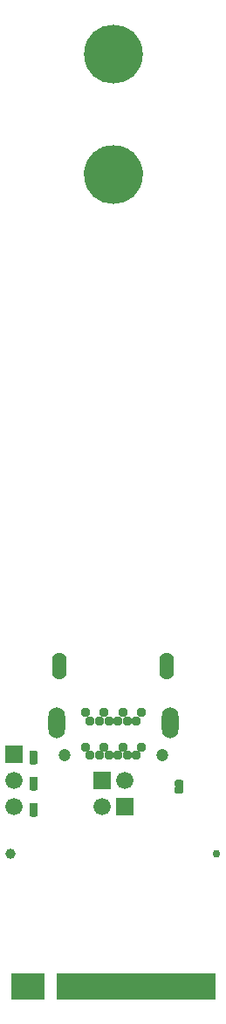
<source format=gbs>
G04*
G04 #@! TF.GenerationSoftware,Altium Limited,Altium Designer,24.5.2 (23)*
G04*
G04 Layer_Color=16711935*
%FSLAX44Y44*%
%MOMM*%
G71*
G04*
G04 #@! TF.SameCoordinates,B7296A9B-97E8-4630-929D-2966843682D6*
G04*
G04*
G04 #@! TF.FilePolarity,Negative*
G04*
G01*
G75*
%ADD23R,1.6764X1.6764*%
%ADD24C,1.6764*%
%ADD25C,5.7032*%
%ADD26O,1.4112X2.6192*%
%ADD27O,1.6112X3.0192*%
%ADD28C,0.9532*%
%ADD29C,1.2032*%
%ADD30C,1.0032*%
%ADD31C,0.7532*%
%ADD44R,0.3500X1.9500*%
%ADD46R,15.4500X2.5000*%
%ADD47R,3.2000X2.5000*%
%ADD48R,0.6032X0.6032*%
G36*
X112243Y828500D02*
X116674Y827798D01*
X120940Y826412D01*
X124937Y824376D01*
X128567Y821739D01*
X131739Y818567D01*
X134375Y814937D01*
X136412Y810940D01*
X137798Y806674D01*
X138500Y802243D01*
X138500Y800000D01*
X127500Y800000D01*
X127416Y801715D01*
X126747Y805080D01*
X125434Y808250D01*
X123528Y811102D01*
X121102Y813528D01*
X118249Y815434D01*
X115080Y816747D01*
X111715Y817416D01*
X108285Y817416D01*
X104920Y816747D01*
X101750Y815434D01*
X98898Y813528D01*
X96472Y811102D01*
X94566Y808249D01*
X93253Y805080D01*
X92584Y801715D01*
X92500Y800000D01*
X92500Y800000D01*
X81500Y800000D01*
X81500Y802243D01*
X82202Y806674D01*
X83588Y810940D01*
X85625Y814937D01*
X88261Y818567D01*
X91433Y821739D01*
X95063Y824376D01*
X99060Y826412D01*
X103326Y827798D01*
X107757Y828500D01*
X112243Y828500D01*
D02*
G37*
G36*
X33304Y241608D02*
X33337Y241608D01*
X33371Y241604D01*
X33405Y241602D01*
X33436Y241595D01*
X33469Y241591D01*
X34983Y241292D01*
X35015Y241284D01*
X35047Y241278D01*
X35079Y241267D01*
X35112Y241258D01*
X35142Y241245D01*
X35173Y241235D01*
X35887Y240942D01*
X35888Y240941D01*
X35890Y240941D01*
X35945Y240913D01*
X36006Y240883D01*
X36008Y240882D01*
X36009Y240882D01*
X36060Y240848D01*
X36117Y240810D01*
X36119Y240809D01*
X36120Y240808D01*
X36165Y240769D01*
X36218Y240722D01*
X36219Y240721D01*
X36220Y240720D01*
X36260Y240674D01*
X36306Y240622D01*
X36307Y240621D01*
X36308Y240620D01*
X36343Y240567D01*
X36380Y240512D01*
X36381Y240510D01*
X36382Y240509D01*
X36412Y240449D01*
X36439Y240392D01*
X36440Y240391D01*
X36441Y240390D01*
X36463Y240324D01*
X36483Y240266D01*
X36483Y240265D01*
X36484Y240264D01*
X36497Y240198D01*
X36509Y240136D01*
X36509Y240134D01*
X36509Y240133D01*
X36514Y240068D01*
X36518Y240003D01*
X36518Y240002D01*
X36518Y240000D01*
Y235750D01*
X36509Y235617D01*
X36484Y235487D01*
X36441Y235360D01*
X36382Y235241D01*
X36308Y235130D01*
X36220Y235030D01*
X36120Y234942D01*
X36009Y234868D01*
X35890Y234809D01*
X35763Y234767D01*
X35680Y234750D01*
X35763Y234734D01*
X35890Y234691D01*
X36009Y234632D01*
X36120Y234558D01*
X36220Y234470D01*
X36308Y234370D01*
X36382Y234259D01*
X36441Y234140D01*
X36484Y234014D01*
X36509Y233883D01*
X36518Y233750D01*
X36518Y229500D01*
X36518Y229498D01*
X36518Y229497D01*
X36514Y229440D01*
X36509Y229367D01*
X36509Y229365D01*
X36509Y229364D01*
X36498Y229310D01*
X36484Y229237D01*
X36483Y229235D01*
X36483Y229233D01*
X36466Y229184D01*
X36441Y229110D01*
X36440Y229109D01*
X36439Y229107D01*
X36415Y229059D01*
X36382Y228991D01*
X36381Y228990D01*
X36380Y228988D01*
X36347Y228939D01*
X36308Y228880D01*
X36307Y228879D01*
X36306Y228878D01*
X36265Y228831D01*
X36220Y228780D01*
X36219Y228779D01*
X36218Y228778D01*
X36169Y228735D01*
X36120Y228692D01*
X36119Y228691D01*
X36117Y228690D01*
X36064Y228655D01*
X36009Y228618D01*
X36008Y228618D01*
X36006Y228617D01*
X35948Y228588D01*
X35890Y228559D01*
X35888Y228559D01*
X35887Y228558D01*
X35173Y228265D01*
X35142Y228255D01*
X35112Y228242D01*
X35079Y228233D01*
X35047Y228223D01*
X35015Y228216D01*
X34983Y228208D01*
X33469Y227909D01*
X33437Y227905D01*
X33405Y227899D01*
X33371Y227896D01*
X33337Y227892D01*
X33304Y227892D01*
X33272Y227890D01*
X31728Y227890D01*
X31696Y227892D01*
X31663Y227892D01*
X31629Y227896D01*
X31595Y227899D01*
X31564Y227905D01*
X31531Y227909D01*
X30017Y228208D01*
X29985Y228216D01*
X29953Y228223D01*
X29921Y228233D01*
X29888Y228242D01*
X29858Y228255D01*
X29827Y228265D01*
X29113Y228558D01*
X29112Y228559D01*
X29110Y228559D01*
X29055Y228587D01*
X28994Y228617D01*
X28992Y228618D01*
X28991Y228618D01*
X28940Y228652D01*
X28883Y228690D01*
X28881Y228691D01*
X28880Y228692D01*
X28835Y228731D01*
X28782Y228778D01*
X28781Y228779D01*
X28780Y228780D01*
X28740Y228826D01*
X28694Y228878D01*
X28693Y228879D01*
X28692Y228880D01*
X28657Y228933D01*
X28620Y228988D01*
X28619Y228990D01*
X28618Y228991D01*
X28588Y229051D01*
X28561Y229107D01*
X28560Y229109D01*
X28559Y229110D01*
X28537Y229177D01*
X28517Y229233D01*
X28517Y229235D01*
X28516Y229236D01*
X28503Y229302D01*
X28491Y229364D01*
X28491Y229366D01*
X28491Y229367D01*
X28486Y229432D01*
X28482Y229497D01*
X28482Y229499D01*
X28482Y229500D01*
X28482Y233750D01*
X28491Y233883D01*
X28516Y234014D01*
X28559Y234140D01*
X28618Y234259D01*
X28692Y234370D01*
X28780Y234470D01*
X28880Y234558D01*
X28991Y234632D01*
X29110Y234691D01*
X29237Y234734D01*
X29320Y234750D01*
X29237Y234767D01*
X29110Y234809D01*
X28991Y234868D01*
X28880Y234942D01*
X28780Y235030D01*
X28692Y235130D01*
X28618Y235241D01*
X28559Y235360D01*
X28516Y235487D01*
X28491Y235617D01*
X28482Y235750D01*
X28482Y240000D01*
X28482Y240002D01*
X28482Y240003D01*
X28486Y240068D01*
X28491Y240133D01*
X28491Y240134D01*
X28491Y240136D01*
X28503Y240196D01*
X28517Y240264D01*
X28517Y240265D01*
X28517Y240266D01*
X28536Y240321D01*
X28559Y240390D01*
X28560Y240391D01*
X28561Y240392D01*
X28587Y240445D01*
X28618Y240509D01*
X28619Y240510D01*
X28620Y240512D01*
X28654Y240563D01*
X28692Y240620D01*
X28693Y240621D01*
X28694Y240622D01*
X28736Y240670D01*
X28780Y240720D01*
X28781Y240721D01*
X28782Y240722D01*
X28831Y240764D01*
X28880Y240808D01*
X28881Y240809D01*
X28883Y240810D01*
X28934Y240844D01*
X28991Y240882D01*
X28992Y240882D01*
X28994Y240883D01*
X29048Y240910D01*
X29110Y240941D01*
X29112Y240941D01*
X29113Y240942D01*
X29827Y241235D01*
X29858Y241245D01*
X29888Y241258D01*
X29921Y241267D01*
X29953Y241277D01*
X29985Y241284D01*
X30017Y241292D01*
X31531Y241591D01*
X31563Y241595D01*
X31595Y241602D01*
X31629Y241604D01*
X31663Y241608D01*
X31696Y241608D01*
X31728Y241610D01*
X33272Y241610D01*
X33304Y241608D01*
D02*
G37*
G36*
Y216358D02*
X33337Y216358D01*
X33371Y216354D01*
X33405Y216352D01*
X33436Y216345D01*
X33469Y216341D01*
X34983Y216042D01*
X35015Y216034D01*
X35047Y216028D01*
X35079Y216017D01*
X35112Y216008D01*
X35142Y215996D01*
X35173Y215985D01*
X35887Y215692D01*
X35888Y215691D01*
X35890Y215691D01*
X35945Y215663D01*
X36006Y215633D01*
X36008Y215632D01*
X36009Y215632D01*
X36060Y215598D01*
X36117Y215560D01*
X36119Y215559D01*
X36120Y215558D01*
X36165Y215518D01*
X36218Y215472D01*
X36219Y215471D01*
X36220Y215470D01*
X36260Y215424D01*
X36306Y215372D01*
X36307Y215371D01*
X36308Y215370D01*
X36343Y215317D01*
X36380Y215262D01*
X36381Y215260D01*
X36382Y215259D01*
X36412Y215199D01*
X36439Y215142D01*
X36440Y215141D01*
X36441Y215140D01*
X36463Y215074D01*
X36483Y215016D01*
X36483Y215015D01*
X36484Y215014D01*
X36497Y214948D01*
X36509Y214886D01*
X36509Y214884D01*
X36509Y214883D01*
X36514Y214818D01*
X36518Y214753D01*
X36518Y214751D01*
X36518Y214750D01*
Y210500D01*
X36509Y210367D01*
X36484Y210236D01*
X36441Y210110D01*
X36382Y209991D01*
X36308Y209880D01*
X36220Y209780D01*
X36120Y209692D01*
X36009Y209618D01*
X35890Y209559D01*
X35763Y209517D01*
X35680Y209500D01*
X35763Y209484D01*
X35890Y209441D01*
X36009Y209382D01*
X36120Y209308D01*
X36220Y209220D01*
X36308Y209120D01*
X36382Y209009D01*
X36441Y208890D01*
X36484Y208764D01*
X36509Y208633D01*
X36518Y208500D01*
X36518Y204250D01*
X36518Y204248D01*
X36518Y204247D01*
X36514Y204190D01*
X36509Y204117D01*
X36509Y204115D01*
X36509Y204114D01*
X36498Y204060D01*
X36484Y203986D01*
X36483Y203985D01*
X36483Y203983D01*
X36466Y203934D01*
X36441Y203860D01*
X36440Y203859D01*
X36439Y203858D01*
X36415Y203809D01*
X36382Y203741D01*
X36381Y203739D01*
X36380Y203738D01*
X36347Y203689D01*
X36308Y203630D01*
X36307Y203629D01*
X36306Y203628D01*
X36265Y203581D01*
X36220Y203530D01*
X36219Y203529D01*
X36218Y203528D01*
X36169Y203485D01*
X36120Y203442D01*
X36119Y203441D01*
X36117Y203440D01*
X36064Y203405D01*
X36009Y203368D01*
X36008Y203368D01*
X36006Y203367D01*
X35948Y203338D01*
X35890Y203309D01*
X35888Y203309D01*
X35887Y203308D01*
X35173Y203015D01*
X35142Y203004D01*
X35112Y202992D01*
X35079Y202983D01*
X35047Y202973D01*
X35015Y202966D01*
X34983Y202958D01*
X33469Y202659D01*
X33437Y202655D01*
X33405Y202649D01*
X33371Y202646D01*
X33337Y202642D01*
X33304Y202642D01*
X33272Y202640D01*
X31728Y202640D01*
X31696Y202642D01*
X31663Y202642D01*
X31629Y202646D01*
X31595Y202649D01*
X31564Y202655D01*
X31531Y202659D01*
X30017Y202958D01*
X29985Y202966D01*
X29953Y202973D01*
X29921Y202983D01*
X29888Y202992D01*
X29858Y203004D01*
X29827Y203015D01*
X29113Y203308D01*
X29112Y203309D01*
X29110Y203309D01*
X29055Y203337D01*
X28994Y203367D01*
X28992Y203368D01*
X28991Y203368D01*
X28940Y203402D01*
X28883Y203440D01*
X28881Y203441D01*
X28880Y203442D01*
X28835Y203482D01*
X28782Y203528D01*
X28781Y203529D01*
X28780Y203530D01*
X28740Y203576D01*
X28694Y203628D01*
X28693Y203629D01*
X28692Y203630D01*
X28657Y203683D01*
X28620Y203738D01*
X28619Y203740D01*
X28618Y203741D01*
X28588Y203801D01*
X28561Y203857D01*
X28560Y203859D01*
X28559Y203860D01*
X28537Y203927D01*
X28517Y203983D01*
X28517Y203985D01*
X28516Y203986D01*
X28503Y204052D01*
X28491Y204114D01*
X28491Y204116D01*
X28491Y204117D01*
X28486Y204182D01*
X28482Y204247D01*
X28482Y204249D01*
X28482Y204250D01*
X28482Y208500D01*
X28491Y208633D01*
X28516Y208764D01*
X28559Y208890D01*
X28618Y209009D01*
X28692Y209120D01*
X28780Y209220D01*
X28880Y209308D01*
X28991Y209382D01*
X29110Y209441D01*
X29237Y209484D01*
X29320Y209500D01*
X29237Y209517D01*
X29110Y209559D01*
X28991Y209618D01*
X28880Y209692D01*
X28780Y209780D01*
X28692Y209880D01*
X28618Y209991D01*
X28559Y210110D01*
X28516Y210236D01*
X28491Y210367D01*
X28482Y210500D01*
X28482Y214750D01*
X28482Y214751D01*
X28482Y214753D01*
X28486Y214818D01*
X28491Y214883D01*
X28491Y214884D01*
X28491Y214886D01*
X28503Y214946D01*
X28517Y215014D01*
X28517Y215015D01*
X28517Y215016D01*
X28536Y215071D01*
X28559Y215140D01*
X28560Y215141D01*
X28561Y215142D01*
X28587Y215195D01*
X28618Y215259D01*
X28619Y215260D01*
X28620Y215262D01*
X28654Y215313D01*
X28692Y215370D01*
X28693Y215371D01*
X28694Y215372D01*
X28736Y215420D01*
X28780Y215470D01*
X28781Y215471D01*
X28782Y215472D01*
X28831Y215514D01*
X28880Y215558D01*
X28881Y215559D01*
X28883Y215560D01*
X28934Y215594D01*
X28991Y215632D01*
X28992Y215632D01*
X28994Y215633D01*
X29048Y215660D01*
X29110Y215691D01*
X29112Y215691D01*
X29113Y215692D01*
X29827Y215985D01*
X29858Y215996D01*
X29888Y216008D01*
X29921Y216017D01*
X29953Y216028D01*
X29985Y216034D01*
X30017Y216042D01*
X31531Y216341D01*
X31563Y216345D01*
X31595Y216352D01*
X31629Y216354D01*
X31663Y216358D01*
X31696Y216358D01*
X31728Y216360D01*
X33272Y216360D01*
X33304Y216358D01*
D02*
G37*
G36*
X174554Y213358D02*
X174587Y213358D01*
X174621Y213354D01*
X174655Y213351D01*
X174686Y213345D01*
X174719Y213341D01*
X176233Y213042D01*
X176265Y213034D01*
X176297Y213027D01*
X176329Y213017D01*
X176362Y213008D01*
X176392Y212995D01*
X176423Y212985D01*
X177137Y212692D01*
X177138Y212691D01*
X177140Y212691D01*
X177195Y212663D01*
X177256Y212633D01*
X177258Y212632D01*
X177259Y212632D01*
X177310Y212598D01*
X177367Y212560D01*
X177369Y212559D01*
X177370Y212558D01*
X177415Y212518D01*
X177468Y212472D01*
X177469Y212471D01*
X177470Y212470D01*
X177510Y212424D01*
X177556Y212372D01*
X177557Y212371D01*
X177558Y212370D01*
X177593Y212317D01*
X177630Y212262D01*
X177631Y212260D01*
X177632Y212259D01*
X177661Y212199D01*
X177689Y212143D01*
X177690Y212141D01*
X177691Y212140D01*
X177713Y212073D01*
X177733Y212017D01*
X177733Y212015D01*
X177733Y212013D01*
X177747Y211948D01*
X177759Y211886D01*
X177759Y211884D01*
X177759Y211883D01*
X177764Y211818D01*
X177768Y211753D01*
X177768Y211751D01*
X177768Y211750D01*
Y207500D01*
X177759Y207367D01*
X177733Y207236D01*
X177691Y207110D01*
X177632Y206991D01*
X177558Y206880D01*
X177470Y206780D01*
X177370Y206692D01*
X177259Y206618D01*
X177140Y206559D01*
X177013Y206516D01*
X176931Y206500D01*
X177013Y206483D01*
X177140Y206441D01*
X177259Y206382D01*
X177370Y206308D01*
X177470Y206220D01*
X177558Y206120D01*
X177632Y206009D01*
X177691Y205890D01*
X177733Y205763D01*
X177759Y205633D01*
X177768Y205500D01*
X177768Y201250D01*
X177768Y201248D01*
X177768Y201247D01*
X177764Y201190D01*
X177759Y201117D01*
X177759Y201115D01*
X177759Y201114D01*
X177748Y201060D01*
X177733Y200986D01*
X177733Y200985D01*
X177733Y200984D01*
X177716Y200934D01*
X177691Y200860D01*
X177690Y200859D01*
X177689Y200858D01*
X177665Y200809D01*
X177632Y200741D01*
X177631Y200739D01*
X177630Y200738D01*
X177597Y200689D01*
X177558Y200630D01*
X177557Y200629D01*
X177556Y200628D01*
X177515Y200581D01*
X177470Y200530D01*
X177469Y200529D01*
X177468Y200528D01*
X177419Y200485D01*
X177370Y200442D01*
X177369Y200441D01*
X177367Y200440D01*
X177314Y200405D01*
X177259Y200368D01*
X177258Y200368D01*
X177256Y200367D01*
X177198Y200338D01*
X177140Y200309D01*
X177138Y200309D01*
X177137Y200308D01*
X176423Y200015D01*
X176392Y200005D01*
X176362Y199992D01*
X176329Y199983D01*
X176297Y199972D01*
X176265Y199966D01*
X176233Y199958D01*
X174719Y199659D01*
X174687Y199655D01*
X174655Y199648D01*
X174621Y199646D01*
X174587Y199642D01*
X174554Y199642D01*
X174522Y199640D01*
X172978Y199640D01*
X172946Y199642D01*
X172913Y199642D01*
X172879Y199646D01*
X172845Y199648D01*
X172814Y199655D01*
X172781Y199659D01*
X171267Y199958D01*
X171235Y199966D01*
X171203Y199972D01*
X171171Y199983D01*
X171138Y199992D01*
X171108Y200005D01*
X171077Y200015D01*
X170363Y200308D01*
X170362Y200309D01*
X170360Y200309D01*
X170305Y200337D01*
X170244Y200367D01*
X170242Y200368D01*
X170241Y200368D01*
X170190Y200402D01*
X170133Y200440D01*
X170131Y200441D01*
X170130Y200442D01*
X170085Y200481D01*
X170032Y200528D01*
X170031Y200529D01*
X170030Y200530D01*
X169990Y200576D01*
X169944Y200628D01*
X169943Y200629D01*
X169942Y200630D01*
X169907Y200683D01*
X169870Y200738D01*
X169869Y200740D01*
X169868Y200741D01*
X169838Y200801D01*
X169811Y200858D01*
X169810Y200859D01*
X169809Y200860D01*
X169787Y200926D01*
X169767Y200984D01*
X169767Y200985D01*
X169767Y200986D01*
X169753Y201052D01*
X169741Y201114D01*
X169741Y201115D01*
X169741Y201117D01*
X169736Y201182D01*
X169732Y201247D01*
X169732Y201248D01*
X169732Y201250D01*
X169732Y205500D01*
X169741Y205633D01*
X169767Y205763D01*
X169809Y205890D01*
X169868Y206009D01*
X169942Y206120D01*
X170030Y206220D01*
X170130Y206308D01*
X170241Y206382D01*
X170360Y206441D01*
X170487Y206483D01*
X170569Y206500D01*
X170487Y206516D01*
X170360Y206559D01*
X170241Y206618D01*
X170130Y206692D01*
X170030Y206780D01*
X169942Y206880D01*
X169868Y206991D01*
X169809Y207110D01*
X169767Y207236D01*
X169741Y207367D01*
X169732Y207500D01*
X169732Y211750D01*
X169732Y211751D01*
X169732Y211753D01*
X169736Y211818D01*
X169741Y211883D01*
X169741Y211884D01*
X169741Y211886D01*
X169753Y211946D01*
X169767Y212013D01*
X169767Y212015D01*
X169767Y212017D01*
X169786Y212071D01*
X169809Y212140D01*
X169810Y212141D01*
X169811Y212142D01*
X169837Y212195D01*
X169868Y212259D01*
X169869Y212260D01*
X169870Y212262D01*
X169904Y212313D01*
X169942Y212370D01*
X169943Y212371D01*
X169944Y212372D01*
X169986Y212420D01*
X170030Y212470D01*
X170031Y212471D01*
X170032Y212472D01*
X170081Y212514D01*
X170130Y212558D01*
X170131Y212559D01*
X170133Y212560D01*
X170184Y212594D01*
X170241Y212632D01*
X170242Y212633D01*
X170244Y212633D01*
X170298Y212660D01*
X170360Y212691D01*
X170362Y212691D01*
X170363Y212692D01*
X171077Y212985D01*
X171108Y212995D01*
X171138Y213008D01*
X171171Y213017D01*
X171203Y213027D01*
X171235Y213034D01*
X171267Y213042D01*
X172781Y213341D01*
X172813Y213345D01*
X172845Y213351D01*
X172879Y213354D01*
X172913Y213358D01*
X172946Y213358D01*
X172978Y213360D01*
X174522Y213360D01*
X174554Y213358D01*
D02*
G37*
G36*
X33304Y190858D02*
X33337Y190858D01*
X33371Y190854D01*
X33405Y190851D01*
X33436Y190845D01*
X33469Y190841D01*
X34983Y190542D01*
X35015Y190534D01*
X35047Y190527D01*
X35079Y190517D01*
X35112Y190508D01*
X35142Y190495D01*
X35173Y190485D01*
X35887Y190192D01*
X35888Y190191D01*
X35890Y190191D01*
X35945Y190163D01*
X36006Y190133D01*
X36008Y190132D01*
X36009Y190132D01*
X36060Y190098D01*
X36117Y190060D01*
X36119Y190059D01*
X36120Y190058D01*
X36165Y190019D01*
X36218Y189972D01*
X36219Y189971D01*
X36220Y189970D01*
X36260Y189924D01*
X36306Y189872D01*
X36307Y189871D01*
X36308Y189870D01*
X36343Y189817D01*
X36380Y189762D01*
X36381Y189760D01*
X36382Y189759D01*
X36412Y189699D01*
X36439Y189643D01*
X36440Y189641D01*
X36441Y189640D01*
X36463Y189573D01*
X36483Y189517D01*
X36483Y189515D01*
X36484Y189513D01*
X36497Y189448D01*
X36509Y189386D01*
X36509Y189384D01*
X36509Y189383D01*
X36514Y189318D01*
X36518Y189253D01*
X36518Y189251D01*
X36518Y189250D01*
Y185000D01*
X36509Y184867D01*
X36484Y184736D01*
X36441Y184610D01*
X36382Y184491D01*
X36308Y184380D01*
X36220Y184280D01*
X36120Y184192D01*
X36009Y184118D01*
X35890Y184059D01*
X35763Y184016D01*
X35680Y184000D01*
X35763Y183983D01*
X35890Y183941D01*
X36009Y183882D01*
X36120Y183808D01*
X36220Y183720D01*
X36308Y183620D01*
X36382Y183509D01*
X36441Y183390D01*
X36484Y183263D01*
X36509Y183133D01*
X36518Y183000D01*
X36518Y178750D01*
X36518Y178748D01*
X36518Y178747D01*
X36514Y178690D01*
X36509Y178617D01*
X36509Y178615D01*
X36509Y178614D01*
X36498Y178560D01*
X36484Y178486D01*
X36483Y178485D01*
X36483Y178484D01*
X36466Y178434D01*
X36441Y178360D01*
X36440Y178359D01*
X36439Y178358D01*
X36415Y178309D01*
X36382Y178241D01*
X36381Y178239D01*
X36380Y178238D01*
X36347Y178189D01*
X36308Y178130D01*
X36307Y178129D01*
X36306Y178128D01*
X36265Y178081D01*
X36220Y178030D01*
X36219Y178029D01*
X36218Y178028D01*
X36169Y177985D01*
X36120Y177942D01*
X36119Y177941D01*
X36117Y177940D01*
X36064Y177905D01*
X36009Y177868D01*
X36008Y177868D01*
X36006Y177867D01*
X35948Y177838D01*
X35890Y177809D01*
X35888Y177809D01*
X35887Y177808D01*
X35173Y177515D01*
X35142Y177505D01*
X35112Y177492D01*
X35079Y177483D01*
X35047Y177472D01*
X35015Y177466D01*
X34983Y177458D01*
X33469Y177159D01*
X33437Y177155D01*
X33405Y177148D01*
X33371Y177146D01*
X33337Y177142D01*
X33304Y177142D01*
X33272Y177140D01*
X31728Y177140D01*
X31696Y177142D01*
X31663Y177142D01*
X31629Y177146D01*
X31595Y177148D01*
X31564Y177155D01*
X31531Y177159D01*
X30017Y177458D01*
X29985Y177466D01*
X29953Y177472D01*
X29921Y177483D01*
X29888Y177492D01*
X29858Y177505D01*
X29827Y177515D01*
X29113Y177808D01*
X29112Y177809D01*
X29110Y177809D01*
X29055Y177837D01*
X28994Y177867D01*
X28992Y177868D01*
X28991Y177868D01*
X28940Y177902D01*
X28883Y177940D01*
X28881Y177941D01*
X28880Y177942D01*
X28835Y177981D01*
X28782Y178028D01*
X28781Y178029D01*
X28780Y178030D01*
X28740Y178076D01*
X28694Y178128D01*
X28693Y178129D01*
X28692Y178130D01*
X28657Y178183D01*
X28620Y178238D01*
X28619Y178240D01*
X28618Y178241D01*
X28588Y178301D01*
X28561Y178358D01*
X28560Y178359D01*
X28559Y178360D01*
X28537Y178426D01*
X28517Y178484D01*
X28517Y178485D01*
X28516Y178486D01*
X28503Y178552D01*
X28491Y178614D01*
X28491Y178616D01*
X28491Y178617D01*
X28486Y178682D01*
X28482Y178747D01*
X28482Y178748D01*
X28482Y178750D01*
X28482Y183000D01*
X28491Y183133D01*
X28516Y183263D01*
X28559Y183390D01*
X28618Y183509D01*
X28692Y183620D01*
X28780Y183720D01*
X28880Y183808D01*
X28991Y183882D01*
X29110Y183941D01*
X29237Y183983D01*
X29320Y184000D01*
X29237Y184016D01*
X29110Y184059D01*
X28991Y184118D01*
X28880Y184192D01*
X28780Y184280D01*
X28692Y184380D01*
X28618Y184491D01*
X28559Y184610D01*
X28516Y184736D01*
X28491Y184867D01*
X28482Y185000D01*
X28482Y189250D01*
X28482Y189251D01*
X28482Y189253D01*
X28486Y189318D01*
X28491Y189383D01*
X28491Y189384D01*
X28491Y189386D01*
X28503Y189446D01*
X28517Y189513D01*
X28517Y189515D01*
X28517Y189517D01*
X28536Y189571D01*
X28559Y189640D01*
X28560Y189641D01*
X28561Y189642D01*
X28587Y189695D01*
X28618Y189759D01*
X28619Y189760D01*
X28620Y189762D01*
X28654Y189813D01*
X28692Y189870D01*
X28693Y189871D01*
X28694Y189872D01*
X28736Y189920D01*
X28780Y189970D01*
X28781Y189971D01*
X28782Y189972D01*
X28831Y190014D01*
X28880Y190058D01*
X28881Y190059D01*
X28883Y190060D01*
X28934Y190094D01*
X28991Y190132D01*
X28992Y190133D01*
X28994Y190133D01*
X29048Y190160D01*
X29110Y190191D01*
X29112Y190191D01*
X29113Y190192D01*
X29827Y190485D01*
X29858Y190495D01*
X29888Y190508D01*
X29921Y190517D01*
X29953Y190527D01*
X29985Y190534D01*
X30017Y190542D01*
X31531Y190841D01*
X31563Y190845D01*
X31595Y190851D01*
X31629Y190854D01*
X31663Y190858D01*
X31696Y190858D01*
X31728Y190860D01*
X33272Y190860D01*
X33304Y190858D01*
D02*
G37*
D23*
X121250Y187100D02*
D03*
X98750Y212500D02*
D03*
X13966Y237800D02*
D03*
D24*
X98750Y187100D02*
D03*
X121250Y212500D02*
D03*
X13966Y212400D02*
D03*
Y187000D02*
D03*
D25*
X110000Y800000D02*
D03*
Y917250D02*
D03*
D26*
X58000Y323250D02*
D03*
X162000D02*
D03*
D27*
X165000Y268250D02*
D03*
X55000D02*
D03*
D28*
X83000Y278250D02*
D03*
X101000D02*
D03*
X119000D02*
D03*
X137000D02*
D03*
X132500Y270250D02*
D03*
X123500D02*
D03*
X87500D02*
D03*
X96500D02*
D03*
X105500D02*
D03*
X114500D02*
D03*
X83000Y244750D02*
D03*
X101000D02*
D03*
X119000D02*
D03*
X137000D02*
D03*
X132500Y236750D02*
D03*
X123500D02*
D03*
X87500D02*
D03*
X96500D02*
D03*
X105500D02*
D03*
X114500D02*
D03*
D29*
X62500D02*
D03*
X157500D02*
D03*
D30*
X10256Y141250D02*
D03*
D31*
X210256D02*
D03*
D44*
X200000Y15250D02*
D03*
X195001D02*
D03*
X190000D02*
D03*
X185001D02*
D03*
X180000D02*
D03*
X175001D02*
D03*
X170000D02*
D03*
X165001D02*
D03*
X160000D02*
D03*
X155001D02*
D03*
X150000D02*
D03*
X145001D02*
D03*
X140000D02*
D03*
X135001D02*
D03*
X130000D02*
D03*
X125001D02*
D03*
X120000D02*
D03*
X115001D02*
D03*
X110000D02*
D03*
X104999D02*
D03*
X100000D02*
D03*
X94999D02*
D03*
X90000D02*
D03*
X84999D02*
D03*
X80000D02*
D03*
X74999D02*
D03*
X70000D02*
D03*
X64999D02*
D03*
X60000D02*
D03*
X34999D02*
D03*
X30000D02*
D03*
X24999D02*
D03*
X20000D02*
D03*
D46*
X132000Y12500D02*
D03*
D47*
X26750D02*
D03*
D48*
X173750Y203500D02*
D03*
Y209500D02*
D03*
X32500Y187000D02*
D03*
Y181000D02*
D03*
Y212500D02*
D03*
Y206500D02*
D03*
Y237750D02*
D03*
Y231750D02*
D03*
M02*

</source>
